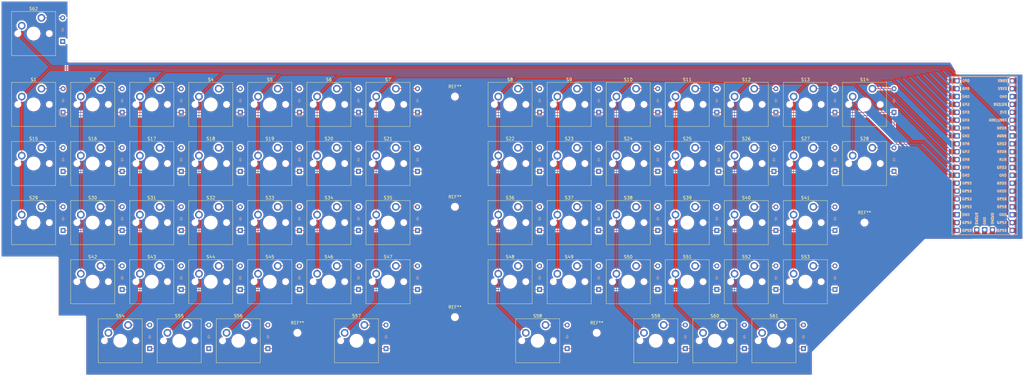
<source format=kicad_pcb>
(kicad_pcb (version 20240108) (generator "pcbnew") (generator_version "8.0")
  (layers (0 "F.Cu" signal) (31 "B.Cu" signal) (34 "B.Paste" user) (35 "F.Paste" user) (36 "B.SilkS" user "B.Silkscreen") (37 "F.SilkS" user "F.Silkscreen") (38 "B.Mask" user) (39 "F.Mask" user) (44 "Edge.Cuts" user))
  (net 0 "")
  (net 1 "Net-(D1-A)")
  (net 2 "row 0")
  (net 3 "Net-(D2-A)")
  (net 4 "Net-(D3-A)")
  (net 5 "Net-(D4-A)")
  (net 6 "Net-(D5-A)")
  (net 7 "Net-(D6-A)")
  (net 8 "Net-(D7-A)")
  (net 9 "Net-(D8-A)")
  (net 10 "Net-(D9-A)")
  (net 11 "Net-(D10-A)")
  (net 12 "Net-(D11-A)")
  (net 13 "Net-(D12-A)")
  (net 14 "Net-(D13-A)")
  (net 15 "Net-(D14-A)")
  (net 16 "Net-(D15-A)")
  (net 17 "row 1")
  (net 18 "Net-(D16-A)")
  (net 19 "Net-(D17-A)")
  (net 20 "Net-(D18-A)")
  (net 21 "Net-(D19-A)")
  (net 22 "Net-(D20-A)")
  (net 23 "Net-(D21-A)")
  (net 24 "Net-(D22-A)")
  (net 25 "Net-(D23-A)")
  (net 26 "Net-(D24-A)")
  (net 27 "Net-(D25-A)")
  (net 28 "Net-(D26-A)")
  (net 29 "Net-(D27-A)")
  (net 30 "Net-(D28-A)")
  (net 31 "Net-(D29-A)")
  (net 32 "row 2")
  (net 33 "Net-(D30-A)")
  (net 34 "Net-(D31-A)")
  (net 35 "Net-(D32-A)")
  (net 36 "Net-(D33-A)")
  (net 37 "Net-(D34-A)")
  (net 38 "Net-(D35-A)")
  (net 39 "Net-(D36-A)")
  (net 40 "Net-(D37-A)")
  (net 41 "Net-(D38-A)")
  (net 42 "Net-(D39-A)")
  (net 43 "Net-(D40-A)")
  (net 44 "Net-(D41-A)")
  (net 45 "Net-(D42-A)")
  (net 46 "row 3")
  (net 47 "Net-(D43-A)")
  (net 48 "Net-(D44-A)")
  (net 49 "Net-(D45-A)")
  (net 50 "Net-(D46-A)")
  (net 51 "Net-(D47-A)")
  (net 52 "Net-(D48-A)")
  (net 53 "Net-(D49-A)")
  (net 54 "Net-(D50-A)")
  (net 55 "Net-(D51-A)")
  (net 56 "Net-(D52-A)")
  (net 57 "Net-(D53-A)")
  (net 58 "row 4")
  (net 59 "Net-(D54-A)")
  (net 60 "Net-(D55-A)")
  (net 61 "Net-(D56-A)")
  (net 62 "Net-(D57-A)")
  (net 63 "Net-(D58-A)")
  (net 64 "Net-(D59-A)")
  (net 65 "Net-(D60-A)")
  (net 66 "Net-(D61-A)")
  (net 67 "Escape row")
  (net 68 "Net-(D62-A)")
  (net 73 "column 0")
  (net 74 "column 1")
  (net 75 "column 2")
  (net 76 "column 3")
  (net 77 "column 4")
  (net 78 "column 5")
  (net 79 "column 6")
  (net 80 "column 7")
  (net 81 "column 8")
  (net 82 "column 9")
  (net 83 "column 10")
  (net 84 "column 11")
  (net 85 "column 12")
  (net 86 "column 13")
  (net 87 "Escape column")
  (footprint "ScottoKeebs_MX:MX_PCB_1.00u" (layer "F.Cu") (at 194.31 115.57)
    (property "Reference" "S49")
    (property "Value" "Keyswitch")
  )
  (footprint "ScottoKeebs_MX:MX_PCB_1.00u" (layer "F.Cu") (at 175.26 96.52)
    (property "Reference" "S36")
    (property "Value" "Keyswitch")
  )
  (footprint "ScottoKeebs_MX:MX_PCB_1.00u" (layer "F.Cu") (at 194.31 58.42)
    (property "Reference" "S9")
    (property "Value" "Keyswitch")
  )
  (footprint "ScottoKeebs_MX:MX_PCB_1.00u" (layer "F.Cu") (at 116.84 58.42)
    (property "Reference" "S6")
    (property "Value" "Keyswitch")
  )
  (footprint "ScottoKeebs_MX:MX_PCB_1.00u" (layer "F.Cu") (at 40.64 58.42)
    (property "Reference" "S2")
    (property "Value" "Keyswitch")
  )
  (footprint "ScottoKeebs_MX:MX_PCB_1.00u" (layer "F.Cu") (at 194.31 96.52)
    (property "Reference" "S37")
    (property "Value" "Keyswitch")
  )
  (footprint "MountingHole:MountingHole_2.1mm" (layer "F.Cu") (at 157.48 55.88)
    (property "Reference" "REF**")
    (property "Value" "MountingHole_2.1mm")
  )
  (footprint "ScottoKeebs_MX:MX_PCB_1.00u" (layer "F.Cu") (at 59.69 115.57)
    (property "Reference" "S43")
    (property "Value" "Keyswitch")
  )
  (footprint "ScottoKeebs_MX:MX_PCB_1.00u" (layer "F.Cu") (at 213.36 96.52)
    (property "Reference" "S38")
    (property "Value" "Keyswitch")
  )
  (footprint "ScottoKeebs_MX:MX_PCB_1.00u" (layer "F.Cu") (at 289.56 77.47)
    (property "Reference" "S28")
    (property "Value" "Keyswitch")
  )
  (footprint "ScottoKeebs_MX:MX_PCB_1.00u" (layer "F.Cu") (at 116.84 77.47)
    (property "Reference" "S20")
    (property "Value" "Keyswitch")
  )
  (footprint "ScottoKeebs_MCU:Raspberry_Pi_Pico" (layer "F.Cu") (at 328.295 74.93)
    (property "Reference" "U1" (hide yes))
    (property "Value" "Raspberry_Pi_Pico" (hide yes))
  )
  (footprint "ScottoKeebs_MX:MX_PCB_1.00u" (layer "F.Cu") (at 270.51 96.52)
    (property "Reference" "S41")
    (property "Value" "Keyswitch")
  )
  (footprint "ScottoKeebs_MX:MX_PCB_1.00u" (layer "F.Cu") (at 213.36 58.42)
    (property "Reference" "S10")
    (property "Value" "Keyswitch")
  )
  (footprint "ScottoKeebs_MX:MX_PCB_1.00u" (layer "F.Cu") (at 222.25 134.62)
    (property "Reference" "S59")
    (property "Value" "Keyswitch")
  )
  (footprint "ScottoKeebs_MX:MX_PCB_1.00u" (layer "F.Cu") (at 78.74 115.57)
    (property "Reference" "S44")
    (property "Value" "Keyswitch")
  )
  (footprint "ScottoKeebs_MX:MX_PCB_1.00u" (layer "F.Cu") (at 40.64 115.57)
    (property "Reference" "S42")
    (property "Value" "Keyswitch")
  )
  (footprint "ScottoKeebs_MX:MX_PCB_1.00u" (layer "F.Cu") (at 135.89 77.47)
    (property "Reference" "S21")
    (property "Value" "Keyswitch")
  )
  (footprint "MountingHole:MountingHole_2.1mm" (layer "F.Cu") (at 157.48 91.44)
    (property "Reference" "REF**")
    (property "Value" "MountingHole_2.1mm")
  )
  (footprint "ScottoKeebs_MX:MX_PCB_1.00u" (layer "F.Cu") (at 232.41 115.57)
    (property "Reference" "S51")
    (property "Value" "Keyswitch")
  )
  (footprint "ScottoKeebs_MX:MX_PCB_1.00u" (layer "F.Cu") (at 59.69 77.47)
    (property "Reference" "S17")
    (property "Value" "Keyswitch")
  )
  (footprint "ScottoKeebs_MX:MX_PCB_1.00u" (layer "F.Cu") (at 21.59 58.42)
    (property "Reference" "S1")
    (property "Value" "Keyswitch")
  )
  (footprint "MountingHole:MountingHole_2.1mm" (layer "F.Cu") (at 157.48 127)
    (property "Reference" "REF**")
    (property "Value" "MountingHole_2.1mm")
  )
  (footprint "ScottoKeebs_MX:MX_PCB_1.00u" (layer "F.Cu") (at 97.79 96.52)
    (property "Reference" "S33")
    (property "Value" "Keyswitch")
  )
  (footprint "MountingHole:MountingHole_2.1mm" (layer "F.Cu") (at 106.68 132.08)
    (property "Reference" "REF**")
    (property "Value" "MountingHole_2.1mm")
  )
  (footprint "ScottoKeebs_MX:MX_PCB_1.00u" (layer "F.Cu") (at 213.36 77.47)
    (property "Reference" "S24")
    (property "Value" "Keyswitch")
  )
  (footprint "ScottoKeebs_MX:MX_PCB_1.00u" (layer "F.Cu") (at 40.64 77.47)
    (property "Reference" "S16")
    (property "Value" "Keyswitch")
  )
  (footprint "ScottoKeebs_MX:MX_PCB_1.00u" (layer "F.Cu") (at 78.74 58.42)
    (property "Reference" "S4")
    (property "Value" "Keyswitch")
  )
  (footprint "ScottoKeebs_MX:MX_PCB_1.00u" (layer "F.Cu") (at 78.74 77.47)
    (property "Reference" "S18")
    (property "Value" "Keyswitch")
  )
  (footprint "ScottoKeebs_MX:MX_PCB_1.00u" (layer "F.Cu") (at 21.59 35.56)
    (property "Reference" "S62")
    (property "Value" "Keyswitch")
  )
  (footprint "ScottoKeebs_MX:MX_PCB_1.00u" (layer "F.Cu") (at 175.26 115.57)
    (property "Reference" "S48")
    (property "Value" "Keyswitch")
  )
  (footprint "ScottoKeebs_MX:MX_PCB_1.00u" (layer "F.Cu") (at 116.84 115.57)
    (property "Reference" "S46")
    (property "Value" "Keyswitch")
  )
  (footprint "ScottoKeebs_MX:MX_PCB_1.00u" (layer "F.Cu") (at 49.53 134.62)
    (property "Reference" "S54")
    (property "Value" "Keyswitch")
  )
  (footprint "MountingHole:MountingHole_2.1mm" (layer "F.Cu") (at 203.2 132.08)
    (property "Reference" "REF**")
    (property "Value" "MountingHole_2.1mm")
  )
  (footprint "ScottoKeebs_MX:MX_PCB_1.00u" (layer "F.Cu") (at 116.84 96.52)
    (property "Reference" "S34")
    (property "Value" "Keyswitch")
  )
  (footprint "ScottoKeebs_MX:MX_PCB_1.00u" (layer "F.Cu") (at 21.59 96.52)
    (property "Reference" "S29")
    (property "Value" "Keyswitch")
  )
  (footprint "ScottoKeebs_MX:MX_PCB_1.00u" (layer "F.Cu") (at 232.41 77.47)
    (property "Reference" "S25")
    (property "Value" "Keyswitch")
  )
  (footprint "ScottoKeebs_MX:MX_PCB_1.00u" (layer "F.Cu") (at 289.56 58.42)
    (property "Reference" "S14")
    (property "Value" "Keyswitch")
  )
  (footprint "ScottoKeebs_MX:MX_PCB_1.00u" (layer "F.Cu") (at 175.26 77.47)
    (property "Reference" "S22")
    (property "Value" "Keyswitch")
  )
  (footprint "ScottoKeebs_MX:MX_PCB_1.00u" (layer "F.Cu") (at 97.79 115.57)
    (property "Reference" "S45")
    (property "Value" "Keyswitch")
  )
  (footprint "ScottoKeebs_MX:MX_PCB_1.00u" (layer "F.Cu") (at 241.3 134.62)
    (property "Reference" "S60")
    (property "Value" "Keyswitch")
  )
  (footprint "ScottoKeebs_MX:MX_PCB_1.00u" (layer "F.Cu") (at 184.15 134.62)
    (property "Reference" "S58")
    (property "Value" "Keyswitch")
  )
  (footprint "ScottoKeebs_MX:MX_PCB_1.00u" (layer "F.Cu") (at 59.69 96.52)
    (property "Reference" "S31")
    (property "Value" "Keyswitch")
  )
  (footprint "ScottoKeebs_MX:MX_PCB_1.00u" (layer "F.Cu") (at 135.89 58.42)
    (property "Reference" "S7")
    (property "Value" "Keyswitch")
  )
  (footprint "ScottoKeebs_MX:MX_PCB_1.00u" (layer "F.Cu") (at 87.63 134.62)
    (property "Reference" "S56")
    (property "Value" "Keyswitch")
  )
  (footprint "ScottoKeebs_MX:MX_PCB_1.00u" (layer "F.Cu") (at 194.31 77.47)
    (property "Reference" "S23")
    (property "Value" "Keyswitch")
  )
  (footprint "ScottoKeebs_MX:MX_PCB_1.00u" (layer "F.Cu") (at 251.46 58.42)
    (property "Reference" "S12")
    (property "Value" "Keyswitch")
  )
  (footprint "ScottoKeebs_MX:MX_PCB_1.00u" (layer "F.Cu") (at 232.41 96.52)
    (property "Reference" "S39")
    (property "Value" "Keyswitch")
  )
  (footprint "ScottoKeebs_MX:MX_PCB_1.00u" (layer "F.Cu") (at 260.35 134.62)
    (property "Reference" "S61")
    (property "Value" "Keyswitch")
  )
  (footprint "ScottoKeebs_MX:MX_PCB_1.00u" (layer "F.Cu") (at 232.41 58.42)
    (property "Reference" "S11")
    (property "Value" "Keyswitch")
  )
  (footprint "MountingHole:MountingHole_2.1mm" (layer "F.Cu") (at 289.56 96.52)
    (property "Reference" "REF**")
    (property "Value" "MountingHole_2.1mm")
  )
  (footprint "ScottoKeebs_MX:MX_PCB_1.00u" (layer "F.Cu") (at 135.89 96.52)
    (property "Reference" "S35")
    (property "Value" "Keyswitch")
  )
  (footprint "ScottoKeebs_MX:MX_PCB_1.00u" (layer "F.Cu") (at 251.46 96.52)
    (property "Reference" "S40")
    (property "Value" "Keyswitch")
  )
  (footprint "ScottoKeebs_MX:MX_PCB_1.00u" (layer "F.Cu") (at 270.51 77.47)
    (property "Reference" "S27")
    (property "Value" "Keyswitch")
  )
  (footprint "ScottoKeebs_MX:MX_PCB_1.00u" (layer "F.Cu") (at 125.73 134.62)
    (property "Reference" "S57")
    (property "Value" "Keyswitch")
  )
  (footprint "ScottoKeebs_MX:MX_PCB_1.00u" (layer "F.Cu") (at 97.79 58.42)
    (property "Reference" "S5")
    (property "Value" "Keyswitch")
  )
  (footprint "ScottoKeebs_MX:MX_PCB_1.00u" (layer "F.Cu") (at 59.69 58.42)
    (property "Reference" "S3")
    (property "Value" "Keyswitch")
  )
  (footprint "ScottoKeebs_MX:MX_PCB_1.00u" (layer "F.Cu") (at 135.89 115.57)
    (property "Reference" "S47")
    (property "Value" "Keyswitch")
  )
  (footprint "ScottoKeebs_MX:MX_PCB_1.00u" (layer "F.Cu") (at 78.74 96.52)
    (property "Reference" "S32")
    (property "Value" "Keyswitch")
  )
  (footprint "ScottoKeebs_MX:MX_PCB_1.00u" (layer "F.Cu") (at 270.51 115.57)
    (property "Reference" "S53")
    (property "Value" "Keyswitch")
  )
  (footprint "ScottoKeebs_MX:MX_PCB_1.00u" (layer "F.Cu") (at 40.64 96.52)
    (property "Reference" "S30")
    (property "Value" "Keyswitch")
  )
  (footprint "ScottoKeebs_MX:MX_PCB_1.00u" (layer "F.Cu") (at 97.79 77.47)
    (property "Reference" "S19")
    (property "Value" "Keyswitch")
  )
  (footprint "ScottoKeebs_MX:MX_PCB_1.00u" (layer "F.Cu") (at 68.58 134.62)
    (property "Reference" "S55")
    (property "Value" "Keyswitch")
  )
  (footprint "ScottoKeebs_MX:MX_PCB_1.00u" (layer "F.Cu") (at 21.59 77.47)
    (property "Reference" "S15")
    (property "Value" "Keyswitch")
  )
  (footprint "ScottoKeebs_MX:MX_PCB_1.00u" (layer "F.Cu") (at 175.26 58.42)
    (property "Reference" "S8")
    (property "Value" "Keyswitch")
  )
  (footprint "ScottoKeebs_MX:MX_PCB_1.00u" (layer "F.Cu") (at 270.51 58.42)
    (property "Reference" "S13")
    (property "Value" "Keyswitch")
  )
  (footprint "ScottoKeebs_MX:MX_PCB_1.00u" (layer "F.Cu") (at 251.46 115.57)
    (property "Reference" "S52")
    (property "Value" "Keyswitch")
  )
  (footprint "ScottoKeebs_MX:MX_PCB_1.00u" (layer "F.Cu") (at 213.36 115.57)
    (property "Reference" "S50")
    (property "Value" "Keyswitch")
  )
  (footprint "ScottoKeebs_MX:MX_PCB_1.00u" (layer "F.Cu") (at 251.46 77.47)
    (property "Reference" "S26")
    (property "Value" "Keyswitch")
  )
  (footprint "ScottoKeebs_Components:Diode_DO-35" (layer "B.Cu") (at 222.885 60.96 90)
    (property "Reference" "D10" (hide yes))
    (property "Value" "Diode" (hide yes))
  )
  (footprint "ScottoKeebs_Components:Diode_DO-35" (layer "B.Cu") (at 31.115 80.01 90)
    (property "Reference" "D15" (hide yes))
    (property "Value" "Diode" (hide yes))
  )
  (footprint "ScottoKeebs_Components:Diode_DO-35" (layer "B.Cu") (at 50.165 99.06 90)
    (property "Reference" "D30" (hide yes))
    (property "Value" "Diode" (hide yes))
  )
  (footprint "ScottoKeebs_Components:Diode_DO-35" (layer "B.Cu") (at 241.935 118.11 90)
    (property "Reference" "D51" (hide yes))
    (property "Value" "Diode" (hide yes))
  )
  (footprint "ScottoKeebs_Components:Diode_DO-35" (layer "B.Cu") (at 280.035 80.01 90)
    (property "Reference" "D27" (hide yes))
    (property "Value" "Diode" (hide yes))
  )
  (footprint "ScottoKeebs_Components:Diode_DO-35" (layer "B.Cu") (at 260.985 60.96 90)
    (property "Reference" "D12" (hide yes))
    (property "Value" "Diode" (hide yes))
  )
  (footprint "ScottoKeebs_Components:Diode_DO-35" (layer "B.Cu") (at 126.365 80.01 90)
    (property "Reference" "D20" (hide yes))
    (property "Value" "Diode" (hide yes))
  )
  (footprint "ScottoKeebs_Components:Diode_DO-35" (layer "B.Cu") (at 107.315 118.11 90)
    (property "Reference" "D45" (hide yes))
    (property "Value" "Diode" (hide yes))
  )
  (footprint "ScottoKeebs_Components:Diode_DO-35" (layer "B.Cu") (at 69.215 80.01 90)
    (property "Reference" "D17" (hide yes))
    (property "Value" "Diode" (hide yes))
  )
  (footprint "ScottoKeebs_Components:Diode_DO-35" (layer "B.Cu") (at 145.415 80.01 90)
    (property "Reference" "D21" (hide yes))
    (property "Value" "Diode" (hide yes))
  )
  (footprint "ScottoKeebs_Components:Diode_DO-35" (layer "B.Cu") (at 88.265 118.11 90)
    (property "Reference" "D44" (hide yes))
    (property "Value" "Diode" (hide yes))
  )
  (footprint "ScottoKeebs_Components:Diode_DO-35" (layer "B.Cu") (at 260.985 118.11 90)
    (property "Reference" "D52" (hide yes))
    (property "Value" "Diode" (hide yes))
  )
  (footprint "ScottoKeebs_Components:Diode_DO-35" (layer "B.Cu") (at 269.875 137.16 90)
    (property "Reference" "D61" (hide yes))
    (property "Value" "Diode" (hide yes))
  )
  (footprint "ScottoKeebs_Components:Diode_DO-35" (layer "B.Cu") (at 50.165 118.11 90)
    (property "Reference" "D42" (hide yes))
    (property "Value" "Diode" (hide yes))
  )
  (footprint "ScottoKeebs_Components:Diode_DO-35" (layer "B.Cu") (at 59.055 137.16 90)
    (property "Reference" "D54" (hide yes))
    (property "Value" "Diode" (hide yes))
  )
  (footprint "ScottoKeebs_Components:Diode_DO-35" (layer "B.Cu") (at 30.988 38.1 90)
    (property "Reference" "D62" (hide yes))
    (property "Value" "Diode" (hide yes))
  )
  (footprint "ScottoKeebs_Components:Diode_DO-35" (layer "B.Cu") (at 299.085 80.01 90)
    (property "Reference" "D28" (hide yes))
    (property "Value" "Diode" (hide yes))
  )
  (footprint "ScottoKeebs_Components:Diode_DO-35" (layer "B.Cu") (at 203.835 99.06 90)
    (property "Reference" "D37" (hide yes))
    (property "Value" "Diode" (hide yes))
  )
  (footprint "ScottoKeebs_Components:Diode_DO-35" (layer "B.Cu") (at 260.35 80.01 90)
    (property "Reference" "D26" (hide yes))
    (property "Value" "Diode" (hide yes))
  )
  (footprint "ScottoKeebs_Components:Diode_DO-35" (layer "B.Cu") (at 299.085 60.96 90)
    (property "Reference" "D14" (hide yes))
    (property "Value" "Diode" (hide yes))
  )
  (footprint "ScottoKeebs_Components:Diode_DO-35" (layer "B.Cu") (at 250.825 137.16 90)
    (property "Reference" "D60" (hide yes))
    (property "Value" "Diode" (hide yes))
  )
  (footprint "ScottoKeebs_Components:Diode_DO-35" (layer "B.Cu") (at 50.165 60.96 90)
    (property "Reference" "D2" (hide yes))
    (property "Value" "Diode" (hide yes))
  )
  (footprint "ScottoKeebs_Components:Diode_DO-35" (layer "B.Cu") (at 69.215 99.06 90)
    (property "Reference" "D31" (hide yes))
    (property "Value" "Diode" (hide yes))
  )
  (footprint "ScottoKeebs_Components:Diode_DO-35" (layer "B.Cu") (at 78.105 137.16 90)
    (property "Reference" "D55" (hide yes))
    (property "Value" "Diode" (hide yes))
  )
  (footprint "ScottoKeebs_Components:Diode_DO-35" (layer "B.Cu") (at 88.265 99.06 90)
    (property "Reference" "D32" (hide yes))
    (property "Value" "Diode" (hide yes))
  )
  (footprint "ScottoKeebs_Components:Diode_DO-35" (layer "B.Cu") (at 126.365 99.06 90)
    (property "Reference" "D34" (hide yes))
    (property "Value" "Diode" (hide yes))
  )
  (footprint "ScottoKeebs_Components:Diode_DO-35" (layer "B.Cu") (at 241.935 99.06 90)
    (property "Reference" "D39" (hide yes))
    (property "Value" "Diode" (hide yes))
  )
  (footprint "ScottoKeebs_Components:Diode_DO-35" (layer "B.Cu") (at 31.115 60.96 90)
    (property "Reference" "D1" (hide yes))
    (property "Value" "Diode" (hide yes))
  )
  (footprint "ScottoKeebs_Components:Diode_DO-35" (layer "B.Cu") (at 242.57 80.01 90)
    (property "Reference" "D25" (hide yes))
    (property "Value" "Diode" (hide yes))
  )
  (footprint "ScottoKeebs_Components:Diode_DO-35" (layer "B.Cu") (at 222.885 118.11 90)
    (property "Reference" "D50" (hide yes))
    (property "Value" "Diode" (hide yes))
  )
  (footprint "ScottoKeebs_Components:Diode_DO-35" (layer "B.Cu") (at 88.265 60.96 90)
    (property "Reference" "D4" (hide yes))
    (property "Value" "Diode" (hide yes))
  )
  (footprint "ScottoKeebs_Components:Diode_DO-35" (layer "B.Cu") (at 203.835 60.96 90)
    (property "Reference" "D9" (hide yes))
    (property "Value" "Diode" (hide yes))
  )
  (footprint "ScottoKeebs_Components:Diode_DO-35" (layer "B.Cu") (at 231.775 137.16 90)
    (property "Reference" "D59" (hide yes))
    (property "Value" "Diode" (hide yes))
  )
  (footprint "ScottoKeebs_Components:Diode_DO-35" (layer "B.Cu") (at 88.265 80.01 90)
    (property "Reference" "D18" (hide yes))
    (property "Value" "Diode" (hide yes))
  )
  (footprint "ScottoKeebs_Components:Diode_DO-35" (layer "B.Cu") (at 97.155 137.16 90)
    (property "Reference" "D56" (hide yes))
    (property "Value" "Diode" (hide yes))
  )
  (footprint "ScottoKeebs_Components:Diode_DO-35" (layer "B.Cu") (at 50.165 80.01 90)
    (property "Reference" "D16" (hide yes))
    (property "Value" "Diode" (hide yes))
  )
  (footprint "ScottoKeebs_Components:Diode_DO-35" (layer "B.Cu") (at 280.035 60.96 90)
    (property "Reference" "D13" (hide yes))
    (property "Value" "Diode" (hide yes))
  )
  (footprint "ScottoKeebs_Components:Diode_DO-35" (layer "B.Cu") (at 203.835 118.11 90)
    (property "Reference" "D49" (hide yes))
    (property "Value" "Diode" (hide yes))
  )
  (footprint "ScottoKeebs_Components:Diode_DO-35" (layer "B.Cu") (at 184.785 80.01 90)
    (property "Reference" "D22" (hide yes))
    (property "Value" "Diode" (hide yes))
  )
  (footprint "ScottoKeebs_Components:Diode_DO-35" (layer "B.Cu") (at 31.115 99.06 90)
    (property "Reference" "D29" (hide yes))
    (property "Value" "Diode" (hide yes))
  )
  (footprint "ScottoKeebs_Components:Diode_DO-35" (layer "B.Cu") (at 126.365 60.96 90)
    (property "Reference" "D6" (hide yes))
    (property "Value" "Diode" (hide yes))
  )
  (footprint "ScottoKeebs_Components:Diode_DO-35" (layer "B.Cu") (at 203.835 80.01 90)
    (property "Reference" "D23" (hide yes))
    (property "Value" "Diode" (hide yes))
  )
  (footprint "ScottoKeebs_Components:Diode_DO-35" (layer "B.Cu") (at 222.885 80.01 90)
    (property "Reference" "D24" (hide yes))
    (property "Value" "Diode" (hide yes))
  )
  (footprint "ScottoKeebs_Components:Diode_DO-35" (layer "B.Cu") (at 184.785 118.11 90)
    (property "Reference" "D48" (hide yes))
    (property "Value" "Diode" (hide yes))
  )
  (footprint "ScottoKeebs_Components:Diode_DO-35" (layer "B.Cu") (at 107.315 60.96 90)
    (property "Reference" "D5" (hide yes))
    (property "Value" "Diode" (hide yes))
  )
  (footprint "ScottoKeebs_Components:Diode_DO-35" (layer "B.Cu") (at 184.785 60.96 90)
    (property "Reference" "D8" (hide yes))
    (property "Value" "Diode" (hide yes))
  )
  (footprint "ScottoKeebs_Components:Diode_DO-35" (layer "B.Cu") (at 107.315 99.06 90)
    (property "Reference" "D33" (hide yes))
    (property "Value" "Diode" (hide yes))
  )
  (footprint "ScottoKeebs_Components:Diode_DO-35" (layer "B.Cu") (at 241.935 60.96 90)
    (property "Reference" "D11" (hide yes))
    (property "Value" "Diode" (hide yes))
  )
  (footprint "ScottoKeebs_Components:Diode_DO-35" (layer "B.Cu") (at 69.215 60.96 90)
    (property "Reference" "D3" (hide yes))
    (property "Value" "Diode" (hide yes))
  )
  (footprint "ScottoKeebs_Components:Diode_DO-35" (layer "B.Cu") (at 260.985 99.06 90)
    (property "Reference" "D40" (hide yes))
    (property "Value" "Diode" (hide yes))
  )
  (footprint "ScottoKeebs_Components:Diode_DO-35" (layer "B.Cu") (at 107.315 80.01 90)
    (property "Reference" "D19" (hide yes))
    (property "Value" "Diode" (hide yes))
  )
  (footprint "ScottoKeebs_Components:Diode_DO-35" (layer "B.Cu") (at 280.035 118.11 90)
    (property "Reference" "D53" (hide yes))
    (property "Value" "Diode" (hide yes))
  )
  (footprint "ScottoKeebs_Components:Diode_DO-35" (layer "B.Cu") (at 184.785 99.06 90)
    (property "Reference" "D36" (hide yes))
    (property "Value" "Diode" (hide yes))
  )
  (footprint "ScottoKeebs_Components:Diode_DO-35" (layer "B.Cu") (at 135.255 137.16 90)
    (property "Reference" "D57" (hide yes))
    (property "Value" "Diode" (hide yes))
  )
  (footprint "ScottoKeebs_Components:Diode_DO-35" (layer "B.Cu") (at 222.885 99.06 90)
    (property "Reference" "D38" (hide yes))
    (property "Value" "Diode" (hide yes))
  )
  (footprint "ScottoKeebs_Components:Diode_DO-35" (layer "B.Cu") (at 280.035 99.06 90)
    (property "Reference" "D41" (hide yes))
    (property "Value" "Diode" (hide yes))
  )
  (footprint "ScottoKeebs_Components:Diode_DO-35" (layer "B.Cu") (at 193.675 137.16 90)
    (property "Reference" "D58" (hide yes))
    (property "Value" "Diode" (hide yes))
  )
  (footprint "ScottoKeebs_Components:Diode_DO-35" (layer "B.Cu") (at 145.415 60.96 90)
    (property "Reference" "D7" (hide yes))
    (property "Value" "Diode" (hide yes))
  )
  (footprint "ScottoKeebs_Components:Diode_DO-35" (layer "B.Cu") (at 126.365 118.11 90)
    (property "Reference" "D46" (hide yes))
    (property "Value" "Diode" (hide yes))
  )
  (footprint "ScottoKeebs_Components:Diode_DO-35" (layer "B.Cu") (at 145.415 99.06 90)
    (property "Reference" "D35" (hide yes))
    (property "Value" "Diode" (hide yes))
  )
  (footprint "ScottoKeebs_Components:Diode_DO-35" (layer "B.Cu") (at 145.415 118.11 90)
    (property "Reference" "D47" (hide yes))
    (property "Value" "Diode" (hide yes))
  )
  (footprint "ScottoKeebs_Components:Diode_DO-35" (layer "B.Cu") (at 69.215 118.11 90)
    (property "Reference" "D43" (hide yes))
    (property "Value" "Diode" (hide yes))
  )
  (gr_line (start 319.405 48.26) (end 340.995 48.26) (stroke (width 0.05)) (layer "Edge.Cuts"))
  (gr_line (start 273.05 146.05) (end 38.1 146.05) (stroke (width 0.05)) (layer "Edge.Cuts"))
  (gr_line (start 319.405 47.625) (end 319.405 48.26) (stroke (width 0.05)) (layer "Edge.Cuts"))
  (gr_line (start 33.02 24.765) (end 33.02 44.45) (stroke (width 0.05)) (layer "Edge.Cuts"))
  (gr_line (start 38.1 146.05) (end 38.1 127) (stroke (width 0.05)) (layer "Edge.Cuts"))
  (gr_line (start 273.05 138.43) (end 309.245 102.235) (stroke (width 0.05)) (layer "Edge.Cuts"))
  (gr_line (start 10.795 24.765) (end 33.02 24.765) (stroke (width 0.05)) (layer "Edge.Cuts"))
  (gr_line (start 38.1 127) (end 29.21 127) (stroke (width 0.05)) (layer "Edge.Cuts"))
  (gr_line (start 33.02 44.45) (end 317.5 44.45) (stroke (width 0.05)) (layer "Edge.Cuts"))
  (gr_line (start 29.21 107.95) (end 10.795 107.95) (stroke (width 0.05)) (layer "Edge.Cuts"))
  (gr_line (start 340.995 48.26) (end 340.995 102.235) (stroke (width 0.05)) (layer "Edge.Cuts"))
  (gr_line (start 29.21 127) (end 29.21 107.95) (stroke (width 0.05)) (layer "Edge.Cuts"))
  (gr_line (start 340.995 102.235) (end 309.245 102.235) (stroke (width 0.05)) (layer "Edge.Cuts"))
  (gr_line (start 10.795 107.95) (end 10.795 24.765) (stroke (width 0.05)) (layer "Edge.Cuts"))
  (gr_line (start 273.05 138.43) (end 273.05 146.05) (stroke (width 0.05)) (layer "Edge.Cuts"))
  (gr_line (start 317.5 44.45) (end 319.405 47.625) (stroke (width 0.05)) (layer "Edge.Cuts"))
  (segment (start 24.13 53.34) (end 31.115 53.34) (width 0.2) (layer "F.Cu") (net 1))
  (segment (start 317.845 86.36) (end 319.405 86.36) (width 0.2) (layer "F.Cu") (net 2))
  (segment (start 31.115 60.96) (end 299.085 60.96) (width 0.2) (layer "F.Cu") (net 2))
  (segment (start 299.085 60.96) (end 299.085 67.6) (width 0.2) (layer "F.Cu") (net 2))
  (segment (start 299.085 67.6) (end 317.845 86.36) (width 0.2) (layer "F.Cu") (net 2))
  (segment (start 43.18 53.34) (end 50.165 53.34) (width 0.2) (layer "F.Cu") (net 3))
  (segment (start 62.23 53.34) (end 69.215 53.34) (width 0.2) (layer "F.Cu") (net 4))
  (segment (start 81.28 53.34) (end 88.265 53.34) (width 0.2) (layer "F.Cu") (net 5))
  (segment (start 100.33 53.34) (end 107.315 53.34) (width 0.2) (layer "F.Cu") (net 6))
  (segment (start 119.38 53.34) (end 126.365 53.34) (width 0.2) (layer "F.Cu") (net 7))
  (segment (start 138.43 53.34) (end 145.415 53.34) (width 0.2) (layer "F.Cu") (net 8))
  (segment (start 177.8 53.34) (end 184.785 53.34) (width 0.2) (layer "F.Cu") (net 9))
  (segment (start 196.85 53.34) (end 203.835 53.34) (width 0.2) (layer "F.Cu") (net 10))
  (segment (start 215.9 53.34) (end 222.885 53.34) (width 0.2) (layer "F.Cu") (net 11))
  (segment (start 234.95 53.34) (end 241.935 53.34) (width 0.2) (layer "F.Cu") (net 12))
  (segment (start 254 53.34) (end 260.985 53.34) (width 0.2) (layer "F.Cu") (net 13))
  (segment (start 273.05 53.34) (end 280.035 53.34) (width 0.2) (layer "F.Cu") (net 14))
  (segment (start 292.1 53.34) (end 299.085 53.34) (width 0.2) (layer "F.Cu") (net 15))
  (segment (start 24.13 72.39) (end 31.115 72.39) (width 0.2) (layer "F.Cu") (net 16))
  (segment (start 299.085 80.01) (end 307.975 88.9) (width 0.2) (layer "F.Cu") (net 17))
  (segment (start 31.115 80.01) (end 299.085 80.01) (width 0.2) (layer "F.Cu") (net 17))
  (segment (start 307.975 88.9) (end 319.405 88.9) (width 0.2) (layer "F.Cu") (net 17))
  (segment (start 50.165 72.39) (end 43.18 72.39) (width 0.2) (layer "F.Cu") (net 18))
  (segment (start 62.23 72.39) (end 69.215 72.39) (width 0.2) (layer "F.Cu") (net 19))
  (segment (start 81.28 72.39) (end 88.265 72.39) (width 0.2) (layer "F.Cu") (net 20))
  (segment (start 100.33 72.39) (end 107.315 72.39) (width 0.2) (layer "F.Cu") (net 21))
  (segment (start 119.38 72.39) (end 126.365 72.39) (width 0.2) (layer "F.Cu") (net 22))
  (segment (start 138.43 72.39) (end 145.415 72.39) (width 0.2) (layer "F.Cu") (net 23))
  (segment (start 177.8 72.39) (end 184.785 72.39) (width 0.2) (layer "F.Cu") (net 24))
  (segment (start 196.85 72.39) (end 203.835 72.39) (width 0.2) (layer "F.Cu") (net 25))
  (segment (start 222.885 72.39) (end 215.9 72.39) (width 0.2) (layer "F.Cu") (net 26))
  (segment (start 234.95 72.39) (end 242.57 72.39) (width 0.2) (layer "F.Cu") (net 27))
  (segment (start 254 72.39) (end 260.35 72.39) (width 0.2) (layer "F.Cu") (net 28))
  (segment (start 273.05 72.39) (end 280.035 72.39) (width 0.2) (layer "F.Cu") (net 29))
  (segment (start 292.1 72.39) (end 299.085 72.39) (width 0.2) (layer "F.Cu") (net 30))
  (segment (start 24.13 91.44) (end 31.115 91.44) (width 0.2) (layer "F.Cu") (net 31))
  (segment (start 31.115 99.06) (end 280.035 99.06) (width 0.2) (layer "F.Cu") (net 32))
  (segment (start 280.035 99.06) (end 287.655 91.44) (width 0.2) (layer "F.Cu") (net 32))
  (segment (start 287.655 91.44) (end 319.405 91.44) (width 0.2) (layer "F.Cu") (net 32))
  (segment (start 43.18 91.44) (end 50.165 91.44) (width 0.2) (layer "F.Cu") (net 33))
  (segment (start 62.23 91.44) (end 69.215 91.44) (width 0.2) (layer "F.Cu") (net 34))
  (segment (start 81.28 91.44) (end 88.265 91.44) (width 0.2) (layer "F.Cu") (net 35))
  (segment (start 100.33 91.44) (end 107.315 91.44) (width 0.2) (layer "F.Cu") (net 36))
  (segment (start 119.38 91.44) (end 126.365 91.44) (width 0.2) (layer "F.Cu") (net 37))
  (segment (start 138.43 91.44) (end 145.415 91.44) (width 0.2) (layer "F.Cu") (net 38))
  (segment (start 177.8 91.44) (end 184.785 91.44) (width 0.2) (layer "F.Cu") (net 39))
  (segment (start 196.85 91.44) (end 203.835 91.44) (width 0.2) (layer "F.Cu") (net 40))
  (segment (start 215.9 91.44) (end 222.885 91.44) (width 0.2) (layer "F.Cu") (net 41))
  (segment (start 234.95 91.44) (end 241.935 91.44) (width 0.2) (layer "F.Cu") (net 42))
  (segment (start 254 91.44) (end 260.985 91.44) (width 0.2) (layer "F.Cu") (net 43))
  (segment (start 273.05 91.44) (end 280.035 91.44) (width 0.2) (layer "F.Cu") (net 44))
  (segment (start 43.18 110.49) (end 50.165 110.49) (width 0.2) (layer "F.Cu") (net 45))
  (segment (start 304.165 93.98) (end 319.405 93.98) (width 0.2) (layer "F.Cu") (net 46))
  (segment (start 50.165 118.11) (end 280.035 118.11) (width 0.2) (layer "F.Cu") (net 46))
  (segment (start 280.035 118.11) (end 304.165 93.98) (width 0.2) (layer "F.Cu") (net 46))
  (segment (start 62.23 110.49) (end 69.215 110.49) (width 0.2) (layer "F.Cu") (net 47))
  (segment (start 81.28 110.49) (end 88.265 110.49) (width 0.2) (layer "F.Cu") (net 48))
  (segment (start 100.33 110.49) (end 107.315 110.49) (width 0.2) (layer "F.Cu") (net 49))
  (segment (start 119.38 110.49) (end 126.365 110.49) (width 0.2) (layer "F.Cu") (net 50))
  (segment (start 138.43 110.49) (end 145.415 110.49) (width 0.2) (layer "F.Cu") (net 51))
  (segment (start 177.8 110.49) (end 184.785 110.49) (width 0.2) (layer "F.Cu") (net 52))
  (segment (start 196.85 110.49) (end 203.835 110.49) (width 0.2) (layer "F.Cu") (net 53))
  (segment (start 215.9 110.49) (end 222.885 110.49) (width 0.2) (layer "F.Cu") (net 54))
  (segment (start 234.95 110.49) (end 241.935 110.49) (width 0.2) (layer "F.Cu") (net 55))
  (segment (start 254 110.49) (end 260.985 110.49) (width 0.2) (layer "F.Cu") (net 56))
  (segment (start 273.05 110.49) (end 280.035 110.49) (width 0.2) (layer "F.Cu") (net 57))
  (segment (start 59.055 137.16) (end 69.895 137.16) (width 0.2) (layer "F.Cu") (net 58))
  (segment (start 72.435 134.112588) (end 73.152588 133.395) (width 0.2) (layer "F.Cu") (net 58))
  (segment (start 269.875 137.16) (end 310.515 96.52) (width 0.2) (layer "F.Cu") (net 58))
  (segment (start 69.895 137.16) (end 72.435 134.62) (width 0.2) (layer "F.Cu") (net 58))
  (segment (start 310.515 96.52) (end 319.405 96.52) (width 0.2) (layer "F.Cu") (net 58))
  (segment (start 73.152588 133.395) (end 79.592588 133.395) (width 0.2) (layer "F.Cu") (net 58))
  (segment (start 72.435 134.62) (end 72.435 134.112588) (width 0.2) (layer "F.Cu") (net 58))
  (segment (start 79.592588 133.395) (end 83.357588 137.16) (width 0.2) (layer "F.Cu") (net 58))
  (segment (start 83.357588 137.16) (end 269.875 137.16) (width 0.2) (layer "F.Cu") (net 58))
  (segment (start 52.07 129.54) (end 59.055 129.54) (width 0.2) (layer "F.Cu") (net 59))
  (segment (start 71.12 129.54) (end 78.105 129.54) (width 0.2) (layer "F.Cu") (net 60))
  (segment (start 90.17 129.54) (end 97.155 129.54) (width 0.2) (layer "F.Cu") (net 61))
  (segment (start 128.27 129.54) (end 135.255 129.54) (width 0.2) (layer "F.Cu") (net 62))
  (segment (start 186.69 129.54) (end 193.675 129.54) (width 0.2) (layer "F.Cu") (net 63))
  (segment (start 224.79 129.54) (end 231.775 129.54) (width 0.2) (layer "F.Cu") (net 64))
  (segment (start 243.84 129.54) (end 250.825 129.54) (width 0.2) (layer "F.Cu") (net 65))
  (segment (start 262.89 129.54) (end 269.875 129.54) (width 0.2) (layer "F.Cu") (net 66))
  (segment (start 291.005 62.06) (end 316.695 87.75) (width 0.2) (layer "F.Cu") (net 67))
  (segment (start 316.695 87.75) (end 328.415 87.75) (width 0.2) (layer "F.Cu") (net 67))
  (segment (start 30.015 59.86) (end 30.015 62.06) (width 0.2) (layer "F.Cu") (net 67))
  (segment (start 328.415 87.75) (end 337.185 96.52) (width 0.2) (layer "F.Cu") (net 67))
  (segment (start 30.015 62.06) (end 291.005 62.06) (width 0.2) (layer "F.Cu") (net 67))
  (segment (start 32.215 39.327) (end 32.215 57.66) (width 0.2) (layer "F.Cu") (net 67))
  (segment (start 30.988 38.1) (end 32.215 39.327) (width 0.2) (layer "F.Cu") (net 67))
  (segment (start 32.215 57.66) (end 30.015 59.86) (width 0.2) (layer "F.Cu") (net 67))
  (segment (start 24.13 30.48) (end 30.988 30.48) (width 0.2) (layer "F.Cu") (net 68))
  (segment (start 26.67 46.99) (end 315.595 46.99) (width 0.2) (layer "B.Cu") (net 73))
  (segment (start 17.78 55.88) (end 26.67 46.99) (width 0.2) (layer "B.Cu") (net 73))
  (segment (start 17.78 55.88) (end 17.78 93.98) (width 0.2) (layer "B.Cu") (net 73))
  (segment (start 315.595 46.99) (end 319.405 50.8) (width 0.2) (layer "B.Cu") (net 73))
  (segment (start 45.32 47.39) (end 313.455 47.39) (width 0.2) (layer "B.Cu") (net 74))
  (segment (start 36.83 55.88) (end 45.32 47.39) (width 0.2) (layer "B.Cu") (net 74))
  (segment (start 313.455 47.39) (end 319.405 53.34) (width 0.2) (layer "B.Cu") (net 74))
  (segment (start 36.83 55.88) (end 36.83 113.03) (width 0.2) (layer "B.Cu") (net 74))
  (segment (start 55.88 121.92) (end 45.72 132.08) (width 0.2) (layer "B.Cu") (net 75))
  (segment (start 63.97 47.79) (end 311.315 47.79) (width 0.2) (layer "B.Cu") (net 75))
  (segment (start 55.88 55.88) (end 63.97 47.79) (width 0.2) (layer "B.Cu") (net 75))
  (segment (start 55.88 55.88) (end 55.88 121.92) (width 0.2) (layer "B.Cu") (net 75))
  (segment (start 311.315 47.79) (end 319.405 55.88) (width 0.2) (layer "B.Cu") (net 75))
  (segment (start 74.93 121.92) (end 64.77 132.08) (width 0.2) (layer "B.Cu") (net 76))
  (segment (start 74.93 55.88) (end 82.62 48.19) (width 0.2) (layer "B.Cu") (net 76))
  (segment (start 309.175 48.19) (end 319.405 58.42) (width 0.2) (layer "B.Cu") (net 76))
  (segment (start 74.93 55.88) (end 74.93 121.92) (width 0.2) (layer "B.Cu") (net 76))
  (segment (start 82.62 48.19) (end 309.175 48.19) (width 0.2) (layer "B.Cu") (net 76))
  (segment (start 93.98 55.88) (end 93.98 121.92) (width 0.2) (layer "B.Cu") (net 77))
  (segment (start 101.27 48.59) (end 307.035 48.59) (width 0.2) (layer "B.Cu") (net 77))
  (segment (start 307.035 48.59) (end 319.405 60.96) (width 0.2) (layer "B.Cu") (net 77))
  (segment (start 93.98 121.92) (end 83.82 132.08) (width 0.2) (layer "B.Cu") (net 77))
  (segment (start 93.98 55.88) (end 101.27 48.59) (width 0.2) (layer "B.Cu") (net 77))
  (segment (start 113.03 55.88) (end 119.92 48.99) (width 0.2) (layer "B.Cu") (net 78))
  (segment (start 119.92 48.99) (end 304.895 48.99) (width 0.2) (layer "B.Cu") (net 78))
  (segment (start 304.895 48.99) (end 319.405 63.5) (width 0.2) (layer "B.Cu") (net 78))
  (segment (start 113.03 55.88) (end 113.03 113.03) (width 0.2) (layer "B.Cu") (net 78))
  (segment (start 132.08 121.92) (end 121.92 132.08) (width 0.2) (layer "B.Cu") (net 79))
  (segment (start 138.57 49.39) (end 302.755 49.39) (width 0.2) (layer "B.Cu") (net 79))
  (segment (start 132.08 55.88) (end 138.57 49.39) (width 0.2) (layer "B.Cu") (net 79))
  (segment (start 302.755 49.39) (end 319.405 66.04) (width 0.2) (layer "B.Cu") (net 79))
  (segment (start 132.08 55.88) (end 132.08 121.92) (width 0.2) (layer "B.Cu") (net 79))
  (segment (start 171.45 55.88) (end 177.54 49.79) (width 0.2) (layer "B.Cu") (net 80))
  (segment (start 177.54 49.79) (end 300.615 49.79) (width 0.2) (layer "B.Cu") (net 80))
  (segment (start 171.45 55.88) (end 171.45 123.19) (width 0.2) (layer "B.Cu") (net 80))
  (segment (start 171.45 123.19) (end 180.34 132.08) (width 0.2) (layer "B.Cu") (net 80))
  (segment (start 300.615 49.79) (end 319.405 68.58) (width 0.2) (layer "B.Cu") (net 80))
  (segment (start 298.475 50.19) (end 319.405 71.12) (width 0.2) (layer "B.Cu") (net 81))
  (segment (start 196.19 50.19) (end 298.475 50.19) (width 0.2) (layer "B.Cu") (net 81))
  (segment (start 190.5 55.88) (end 196.19 50.19) (width 0.2) (layer "B.Cu") (net 81))
  (segment (start 190.5 55.88) (end 190.5 113.03) (width 0.2) (layer "B.Cu") (net 81))
  (segment (start 317.849365 73.66) (end 319.405 73.66) (width 0.2) (layer "B.Cu") (net 82))
  (segment (start 294.779365 50.59) (end 317.849365 73.66) (width 0.2) (layer "B.Cu") (net 82))
  (segment (start 209.55 123.19) (end 218.44 132.08) (width 0.2) (layer "B.Cu") (net 82))
  (segment (start 209.55 55.88) (end 214.84 50.59) (width 0.2) (layer "B.Cu") (net 82))
  (segment (start 209.55 55.88) (end 209.55 123.19) (width 0.2) (layer "B.Cu") (net 82))
  (segment (start 214.84 50.59) (end 294.779365 50.59) (width 0.2) (layer "B.Cu") (net 82))
  (segment (start 228.6 123.19) (end 237.49 132.08) (width 0.2) (layer "B.Cu") (net 83))
  (segment (start 233.49 50.99) (end 294.195 50.99) (width 0.2) (layer "B.Cu") (net 83))
  (segment (start 228.6 55.88) (end 228.6 123.19) (width 0.2) (layer "B.Cu") (net 83))
  (segment (start 228.6 55.88) (end 233.49 50.99) (width 0.2) (layer "B.Cu") (net 83))
  (segment (start 294.195 50.99) (end 319.405 76.2) (width 0.2) (layer "B.Cu") (net 83))
  (segment (start 319.405 78.452968) (end 319.405 78.74) (width 0.2) (layer "B.Cu") (net 84))
  (segment (start 292.342032 51.39) (end 319.405 78.452968) (width 0.2) (layer "B.Cu") (net 84))
  (segment (start 252.14 51.39) (end 292.342032 51.39) (width 0.2) (layer "B.Cu") (net 84))
  (segment (start 247.65 55.88) (end 247.65 123.19) (width 0.2) (layer "B.Cu") (net 84))
  (segment (start 247.65 55.88) (end 252.14 51.39) (width 0.2) (layer "B.Cu") (net 84))
  (segment (start 247.65 123.19) (end 256.54 132.08) (width 0.2) (layer "B.Cu") (net 84))
  (segment (start 266.7 55.88) (end 270.79 51.79) (width 0.2) (layer "B.Cu") (net 85))
  (segment (start 286.253402 51.79) (end 304.948402 70.485) (width 0.2) (layer "B.Cu") (net 85))
  (segment (start 270.79 51.79) (end 286.253402 51.79) (width 0.2) (layer "B.Cu") (net 85))
  (segment (start 308.61 70.485) (end 319.405 81.28) (width 0.2) (layer "B.Cu") (net 85))
  (segment (start 266.7 55.88) (end 266.7 113.03) (width 0.2) (layer "B.Cu") (net 85))
  (segment (start 304.948402 70.485) (end 308.61 70.485) (width 0.2) (layer "B.Cu") (net 85))
  (segment (start 299.106598 71.29) (end 306.875 71.29) (width 0.2) (layer "B.Cu") (net 86))
  (segment (start 285.75 57.933402) (end 299.106598 71.29) (width 0.2) (layer "B.Cu") (net 86))
  (segment (start 285.75 55.88) (end 285.75 74.93) (width 0.2) (layer "B.Cu") (net 86))
  (segment (start 306.875 71.29) (end 319.405 83.82) (width 0.2) (layer "B.Cu") (net 86))
  (segment (start 285.75 55.88) (end 285.75 57.933402) (width 0.2) (layer "B.Cu") (net 86))
  (segment (start 316.586346 46.355) (end 336.035 65.803654) (width 0.2) (layer "B.Cu") (net 87))
  (segment (start 17.78 36.83) (end 27.305 46.355) (width 0.2) (layer "B.Cu") (net 87))
  (segment (start 17.78 33.02) (end 17.78 36.83) (width 0.2) (layer "B.Cu") (net 87))
  (segment (start 27.305 46.355) (end 316.586346 46.355) (width 0.2) (layer "B.Cu") (net 87))
  (segment (start 336.035 97.91) (end 337.185 99.06) (width 0.2) (layer "B.Cu") (net 87))
  (segment (start 336.035 65.803654) (end 336.035 97.91) (width 0.2) (layer "B.Cu") (net 87))
  (zone (net 0) (net_name "") (layers "F&B.Cu") (connect_pads (clearance 0.5)) (min_thickness 0.25) (fill yes (thermal_gap 0.5) (thermal_bridge_width 0.5) (island_removal_mode 1) (island_area_min 9.999999))
    (polygon (pts (xy 10.795 24.765) (xy 33.02 24.765) (xy 33.02 44.45) (xy 317.5 44.45) (xy 319.405 47.625) (xy 319.405 48.26) (xy 340.995 48.26) (xy 340.995 102.235) (xy 309.245 102.235) (xy 273.05 138.43) (xy 273.05 146.05) (xy 38.1 146.05) (xy 38.1 127) (xy 29.21 127) (xy 29.21 107.95) (xy 10.795 107.95)))
  )
)
</source>
